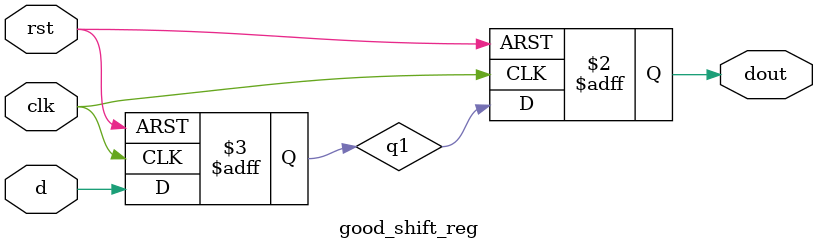
<source format=v>
module good_shift_reg (
	input clk,
	input rst,
	input d,
	output reg dout
);
	reg q1;

	always @(posedge clk or posedge rst) begin
		if(rst) begin
			q1 <= 1'b0;
			dout <= 1'b0;
		end
		else begin
			dout <= q1;
			q1 <= d;
		end
	end
endmodule

</source>
